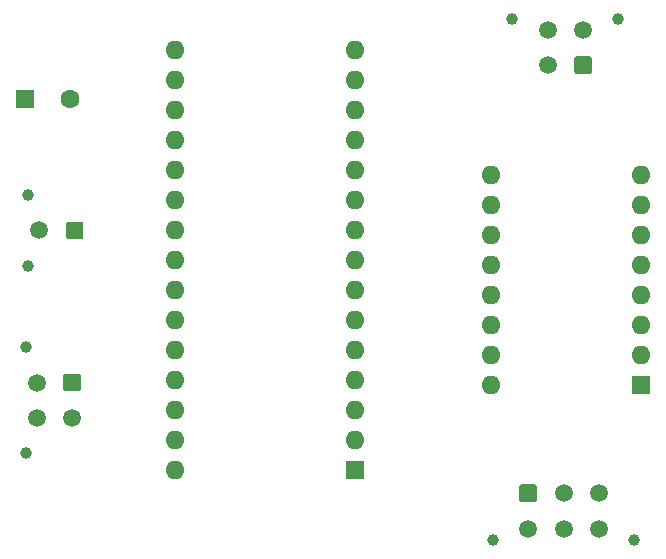
<source format=gbs>
G04 #@! TF.GenerationSoftware,KiCad,Pcbnew,(5.1.5)-3*
G04 #@! TF.CreationDate,2021-04-09T20:03:54-05:00*
G04 #@! TF.ProjectId,turner_pcb,7475726e-6572-45f7-9063-622e6b696361,rev?*
G04 #@! TF.SameCoordinates,Original*
G04 #@! TF.FileFunction,Soldermask,Bot*
G04 #@! TF.FilePolarity,Negative*
%FSLAX46Y46*%
G04 Gerber Fmt 4.6, Leading zero omitted, Abs format (unit mm)*
G04 Created by KiCad (PCBNEW (5.1.5)-3) date 2021-04-09 20:03:54*
%MOMM*%
%LPD*%
G04 APERTURE LIST*
%ADD10C,1.600000*%
%ADD11R,1.600000X1.600000*%
%ADD12C,1.000000*%
%ADD13C,0.150000*%
%ADD14C,1.500000*%
%ADD15O,1.600000X1.600000*%
G04 APERTURE END LIST*
D10*
X54803200Y-35102800D03*
D11*
X51003200Y-35102800D03*
D12*
X51025600Y-56105800D03*
X51025600Y-65105800D03*
D13*
G36*
X55490104Y-58357004D02*
G01*
X55514373Y-58360604D01*
X55538171Y-58366565D01*
X55561271Y-58374830D01*
X55583449Y-58385320D01*
X55604493Y-58397933D01*
X55624198Y-58412547D01*
X55642377Y-58429023D01*
X55658853Y-58447202D01*
X55673467Y-58466907D01*
X55686080Y-58487951D01*
X55696570Y-58510129D01*
X55704835Y-58533229D01*
X55710796Y-58557027D01*
X55714396Y-58581296D01*
X55715600Y-58605800D01*
X55715600Y-59605800D01*
X55714396Y-59630304D01*
X55710796Y-59654573D01*
X55704835Y-59678371D01*
X55696570Y-59701471D01*
X55686080Y-59723649D01*
X55673467Y-59744693D01*
X55658853Y-59764398D01*
X55642377Y-59782577D01*
X55624198Y-59799053D01*
X55604493Y-59813667D01*
X55583449Y-59826280D01*
X55561271Y-59836770D01*
X55538171Y-59845035D01*
X55514373Y-59850996D01*
X55490104Y-59854596D01*
X55465600Y-59855800D01*
X54465600Y-59855800D01*
X54441096Y-59854596D01*
X54416827Y-59850996D01*
X54393029Y-59845035D01*
X54369929Y-59836770D01*
X54347751Y-59826280D01*
X54326707Y-59813667D01*
X54307002Y-59799053D01*
X54288823Y-59782577D01*
X54272347Y-59764398D01*
X54257733Y-59744693D01*
X54245120Y-59723649D01*
X54234630Y-59701471D01*
X54226365Y-59678371D01*
X54220404Y-59654573D01*
X54216804Y-59630304D01*
X54215600Y-59605800D01*
X54215600Y-58605800D01*
X54216804Y-58581296D01*
X54220404Y-58557027D01*
X54226365Y-58533229D01*
X54234630Y-58510129D01*
X54245120Y-58487951D01*
X54257733Y-58466907D01*
X54272347Y-58447202D01*
X54288823Y-58429023D01*
X54307002Y-58412547D01*
X54326707Y-58397933D01*
X54347751Y-58385320D01*
X54369929Y-58374830D01*
X54393029Y-58366565D01*
X54416827Y-58360604D01*
X54441096Y-58357004D01*
X54465600Y-58355800D01*
X55465600Y-58355800D01*
X55490104Y-58357004D01*
G37*
D14*
X54965600Y-62105800D03*
X51965600Y-59105800D03*
X51965600Y-62105800D03*
D15*
X90424000Y-59283600D03*
X103124000Y-41503600D03*
X90424000Y-56743600D03*
X103124000Y-44043600D03*
X90424000Y-54203600D03*
X103124000Y-46583600D03*
X90424000Y-51663600D03*
X103124000Y-49123600D03*
X90424000Y-49123600D03*
X103124000Y-51663600D03*
X90424000Y-46583600D03*
X103124000Y-54203600D03*
X90424000Y-44043600D03*
X103124000Y-56743600D03*
X90424000Y-41503600D03*
D11*
X103124000Y-59283600D03*
X78917800Y-66471800D03*
D15*
X63677800Y-33451800D03*
X78917800Y-63931800D03*
X63677800Y-35991800D03*
X78917800Y-61391800D03*
X63677800Y-38531800D03*
X78917800Y-58851800D03*
X63677800Y-41071800D03*
X78917800Y-56311800D03*
X63677800Y-43611800D03*
X78917800Y-53771800D03*
X63677800Y-46151800D03*
X78917800Y-51231800D03*
X63677800Y-48691800D03*
X78917800Y-48691800D03*
X63677800Y-51231800D03*
X78917800Y-46151800D03*
X63677800Y-53771800D03*
X78917800Y-43611800D03*
X63677800Y-56311800D03*
X78917800Y-41071800D03*
X63677800Y-58851800D03*
X78917800Y-38531800D03*
X63677800Y-61391800D03*
X78917800Y-35991800D03*
X63677800Y-63931800D03*
X78917800Y-33451800D03*
X63677800Y-66471800D03*
X78917800Y-30911800D03*
X63677800Y-30911800D03*
D12*
X90573600Y-72418400D03*
X102573600Y-72418400D03*
D13*
G36*
X94098104Y-67729604D02*
G01*
X94122373Y-67733204D01*
X94146171Y-67739165D01*
X94169271Y-67747430D01*
X94191449Y-67757920D01*
X94212493Y-67770533D01*
X94232198Y-67785147D01*
X94250377Y-67801623D01*
X94266853Y-67819802D01*
X94281467Y-67839507D01*
X94294080Y-67860551D01*
X94304570Y-67882729D01*
X94312835Y-67905829D01*
X94318796Y-67929627D01*
X94322396Y-67953896D01*
X94323600Y-67978400D01*
X94323600Y-68978400D01*
X94322396Y-69002904D01*
X94318796Y-69027173D01*
X94312835Y-69050971D01*
X94304570Y-69074071D01*
X94294080Y-69096249D01*
X94281467Y-69117293D01*
X94266853Y-69136998D01*
X94250377Y-69155177D01*
X94232198Y-69171653D01*
X94212493Y-69186267D01*
X94191449Y-69198880D01*
X94169271Y-69209370D01*
X94146171Y-69217635D01*
X94122373Y-69223596D01*
X94098104Y-69227196D01*
X94073600Y-69228400D01*
X93073600Y-69228400D01*
X93049096Y-69227196D01*
X93024827Y-69223596D01*
X93001029Y-69217635D01*
X92977929Y-69209370D01*
X92955751Y-69198880D01*
X92934707Y-69186267D01*
X92915002Y-69171653D01*
X92896823Y-69155177D01*
X92880347Y-69136998D01*
X92865733Y-69117293D01*
X92853120Y-69096249D01*
X92842630Y-69074071D01*
X92834365Y-69050971D01*
X92828404Y-69027173D01*
X92824804Y-69002904D01*
X92823600Y-68978400D01*
X92823600Y-67978400D01*
X92824804Y-67953896D01*
X92828404Y-67929627D01*
X92834365Y-67905829D01*
X92842630Y-67882729D01*
X92853120Y-67860551D01*
X92865733Y-67839507D01*
X92880347Y-67819802D01*
X92896823Y-67801623D01*
X92915002Y-67785147D01*
X92934707Y-67770533D01*
X92955751Y-67757920D01*
X92977929Y-67747430D01*
X93001029Y-67739165D01*
X93024827Y-67733204D01*
X93049096Y-67729604D01*
X93073600Y-67728400D01*
X94073600Y-67728400D01*
X94098104Y-67729604D01*
G37*
D14*
X96573600Y-68478400D03*
X99573600Y-68478400D03*
X93573600Y-71478400D03*
X96573600Y-71478400D03*
X99573600Y-71478400D03*
D12*
X51228800Y-43228000D03*
X51228800Y-49228000D03*
D13*
G36*
X55693304Y-45479204D02*
G01*
X55717573Y-45482804D01*
X55741371Y-45488765D01*
X55764471Y-45497030D01*
X55786649Y-45507520D01*
X55807693Y-45520133D01*
X55827398Y-45534747D01*
X55845577Y-45551223D01*
X55862053Y-45569402D01*
X55876667Y-45589107D01*
X55889280Y-45610151D01*
X55899770Y-45632329D01*
X55908035Y-45655429D01*
X55913996Y-45679227D01*
X55917596Y-45703496D01*
X55918800Y-45728000D01*
X55918800Y-46728000D01*
X55917596Y-46752504D01*
X55913996Y-46776773D01*
X55908035Y-46800571D01*
X55899770Y-46823671D01*
X55889280Y-46845849D01*
X55876667Y-46866893D01*
X55862053Y-46886598D01*
X55845577Y-46904777D01*
X55827398Y-46921253D01*
X55807693Y-46935867D01*
X55786649Y-46948480D01*
X55764471Y-46958970D01*
X55741371Y-46967235D01*
X55717573Y-46973196D01*
X55693304Y-46976796D01*
X55668800Y-46978000D01*
X54668800Y-46978000D01*
X54644296Y-46976796D01*
X54620027Y-46973196D01*
X54596229Y-46967235D01*
X54573129Y-46958970D01*
X54550951Y-46948480D01*
X54529907Y-46935867D01*
X54510202Y-46921253D01*
X54492023Y-46904777D01*
X54475547Y-46886598D01*
X54460933Y-46866893D01*
X54448320Y-46845849D01*
X54437830Y-46823671D01*
X54429565Y-46800571D01*
X54423604Y-46776773D01*
X54420004Y-46752504D01*
X54418800Y-46728000D01*
X54418800Y-45728000D01*
X54420004Y-45703496D01*
X54423604Y-45679227D01*
X54429565Y-45655429D01*
X54437830Y-45632329D01*
X54448320Y-45610151D01*
X54460933Y-45589107D01*
X54475547Y-45569402D01*
X54492023Y-45551223D01*
X54510202Y-45534747D01*
X54529907Y-45520133D01*
X54550951Y-45507520D01*
X54573129Y-45497030D01*
X54596229Y-45488765D01*
X54620027Y-45482804D01*
X54644296Y-45479204D01*
X54668800Y-45478000D01*
X55668800Y-45478000D01*
X55693304Y-45479204D01*
G37*
D14*
X52168800Y-46228000D03*
X95221800Y-29232600D03*
X98221800Y-29232600D03*
X95221800Y-32232600D03*
D13*
G36*
X98746304Y-31483804D02*
G01*
X98770573Y-31487404D01*
X98794371Y-31493365D01*
X98817471Y-31501630D01*
X98839649Y-31512120D01*
X98860693Y-31524733D01*
X98880398Y-31539347D01*
X98898577Y-31555823D01*
X98915053Y-31574002D01*
X98929667Y-31593707D01*
X98942280Y-31614751D01*
X98952770Y-31636929D01*
X98961035Y-31660029D01*
X98966996Y-31683827D01*
X98970596Y-31708096D01*
X98971800Y-31732600D01*
X98971800Y-32732600D01*
X98970596Y-32757104D01*
X98966996Y-32781373D01*
X98961035Y-32805171D01*
X98952770Y-32828271D01*
X98942280Y-32850449D01*
X98929667Y-32871493D01*
X98915053Y-32891198D01*
X98898577Y-32909377D01*
X98880398Y-32925853D01*
X98860693Y-32940467D01*
X98839649Y-32953080D01*
X98817471Y-32963570D01*
X98794371Y-32971835D01*
X98770573Y-32977796D01*
X98746304Y-32981396D01*
X98721800Y-32982600D01*
X97721800Y-32982600D01*
X97697296Y-32981396D01*
X97673027Y-32977796D01*
X97649229Y-32971835D01*
X97626129Y-32963570D01*
X97603951Y-32953080D01*
X97582907Y-32940467D01*
X97563202Y-32925853D01*
X97545023Y-32909377D01*
X97528547Y-32891198D01*
X97513933Y-32871493D01*
X97501320Y-32850449D01*
X97490830Y-32828271D01*
X97482565Y-32805171D01*
X97476604Y-32781373D01*
X97473004Y-32757104D01*
X97471800Y-32732600D01*
X97471800Y-31732600D01*
X97473004Y-31708096D01*
X97476604Y-31683827D01*
X97482565Y-31660029D01*
X97490830Y-31636929D01*
X97501320Y-31614751D01*
X97513933Y-31593707D01*
X97528547Y-31574002D01*
X97545023Y-31555823D01*
X97563202Y-31539347D01*
X97582907Y-31524733D01*
X97603951Y-31512120D01*
X97626129Y-31501630D01*
X97649229Y-31493365D01*
X97673027Y-31487404D01*
X97697296Y-31483804D01*
X97721800Y-31482600D01*
X98721800Y-31482600D01*
X98746304Y-31483804D01*
G37*
D12*
X92221800Y-28292600D03*
X101221800Y-28292600D03*
M02*

</source>
